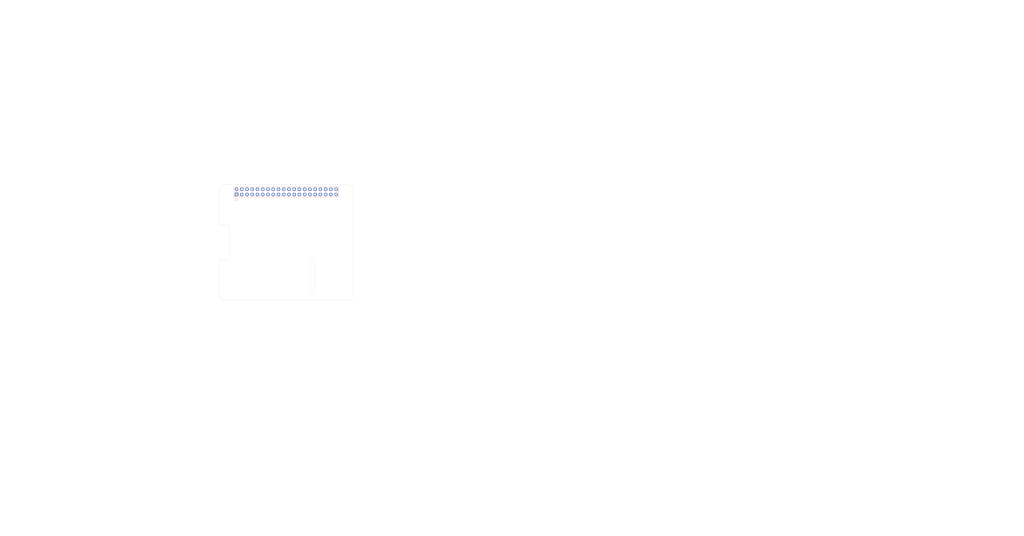
<source format=kicad_pcb>
(kicad_pcb (version 20221018) (generator pcbnew)
  (title_block (date "15 nov 2012"))
  (layers (0 "F.Cu" signal) (31 "B.Cu" signal) (34 "B.Paste" user) (35 "F.Paste" user) (36 "B.SilkS" user "B.Silkscreen") (37 "F.SilkS" user "F.Silkscreen") (38 "B.Mask" user) (39 "F.Mask" user) (44 "Edge.Cuts" user))
  (net 0 "")
  (net 1 "GND")
  (net 2 "/GPIO2{slash}SDA1")
  (net 3 "/GPIO3{slash}SCL1")
  (net 4 "/GPIO4{slash}GPCLK0")
  (net 5 "/GPIO14{slash}TXD0")
  (net 6 "/GPIO15{slash}RXD0")
  (net 7 "/GPIO17")
  (net 8 "/GPIO18{slash}PCM.CLK")
  (net 9 "/GPIO27")
  (net 10 "/GPIO22")
  (net 11 "/GPIO23")
  (net 12 "/GPIO24")
  (net 13 "/GPIO10{slash}SPI0.MOSI")
  (net 14 "/GPIO9{slash}SPI0.MISO")
  (net 15 "/GPIO25")
  (net 16 "/GPIO11{slash}SPI0.SCLK")
  (net 17 "/GPIO8{slash}SPI0.CE0")
  (net 18 "/GPIO7{slash}SPI0.CE1")
  (net 19 "/ID_SDA")
  (net 20 "/ID_SCL")
  (net 21 "/GPIO5")
  (net 22 "/GPIO6")
  (net 23 "/GPIO12{slash}PWM0")
  (net 24 "/GPIO13{slash}PWM1")
  (net 25 "/GPIO19{slash}PCM.FS")
  (net 26 "/GPIO16")
  (net 27 "/GPIO26")
  (net 28 "/GPIO20{slash}PCM.DIN")
  (net 29 "/GPIO21{slash}PCM.DOUT")
  (net 30 "+5V")
  (net 31 "+3V3")
  (footprint "MountingHole:MountingHole_2.7mm_M2.5" (layer "F.Cu") (at 222 119.08)
    (fp_text reference "MH2" hide)
    (fp_text value "MountingHole_2.7mm_M2.5" hide)
    (pad "" np_thru_hole circle locked (at 0 0) (size 2.7 2.7) (drill 2.7) (layers "*.Cu" "*.Mask"))
  )
  (footprint "MountingHole:MountingHole_2.7mm_M2.5" (layer "F.Cu") (at 164 168.08)
    (fp_text reference "MH3" hide)
    (fp_text value "MountingHole_2.7mm_M2.5" hide)
    (pad "" np_thru_hole circle locked (at 0 0) (size 2.7 2.7) (drill 2.7) (layers "*.Cu" "*.Mask"))
  )
  (footprint "MountingHole:MountingHole_2.7mm_M2.5" (layer "F.Cu") (at 164 119.08)
    (fp_text reference "MH1" hide)
    (fp_text value "MountingHole_2.7mm_M2.5" hide)
    (pad "" np_thru_hole circle locked (at 0 0) (size 2.7 2.7) (drill 2.7) (layers "*.Cu" "*.Mask"))
  )
  (footprint "MountingHole:MountingHole_2.7mm_M2.5" (layer "F.Cu") (at 222 168.08)
    (fp_text reference "MH4" hide)
    (fp_text value "MountingHole_2.7mm_M2.5" hide)
    (pad "" np_thru_hole circle locked (at 0 0) (size 2.7 2.7) (drill 2.7) (layers "*.Cu" "*.Mask"))
  )
  (footprint "Connector_PinSocket_2.54mm:PinSocket_2x20_P2.54mm_Vertical" (layer "B.Cu") (at 168.87 120.35 -90)
    (fp_text reference "J1" (at 2.5 0) (layer "B.SilkS") (effects (justify mirror)))
    (fp_text value "GPIO")
    (fp_line (start -3.87 -49.59) (end 1.33 -49.59) (stroke (width 0.12)) (layer "B.SilkS"))
    (fp_line (start -3.87 1.33) (end -3.87 -49.59) (stroke (width 0.12)) (layer "B.SilkS"))
    (fp_line (start -3.87 1.33) (end -1.27 1.33) (stroke (width 0.12)) (layer "B.SilkS"))
    (fp_line (start -1.27 -1.27) (end 1.33 -1.27) (stroke (width 0.12)) (layer "B.SilkS"))
    (fp_line (start -1.27 1.33) (end -1.27 -1.27) (stroke (width 0.12)) (layer "B.SilkS"))
    (fp_line (start 0 1.33) (end 1.33 1.33) (stroke (width 0.12)) (layer "B.SilkS"))
    (fp_line (start 1.33 -1.27) (end 1.33 -49.59) (stroke (width 0.12)) (layer "B.SilkS"))
    (fp_line (start 1.33 1.33) (end 1.33 0) (stroke (width 0.12)) (layer "B.SilkS"))
    (pad "1" thru_hole rect (at 0 0 270) (size 1.7 1.7) (drill 1) (layers "*.Cu" "*.Mask") (net 31 "+3V3"))
    (pad "2" thru_hole oval (at -2.54 0 270) (size 1.7 1.7) (drill 1) (layers "*.Cu" "*.Mask") (net 30 "+5V"))
    (pad "3" thru_hole oval (at 0 -2.54 270) (size 1.7 1.7) (drill 1) (layers "*.Cu" "*.Mask") (net 2 "/GPIO2{slash}SDA1"))
    (pad "4" thru_hole oval (at -2.54 -2.54 270) (size 1.7 1.7) (drill 1) (layers "*.Cu" "*.Mask") (net 30 "+5V"))
    (pad "5" thru_hole oval (at 0 -5.08 270) (size 1.7 1.7) (drill 1) (layers "*.Cu" "*.Mask") (net 3 "/GPIO3{slash}SCL1"))
    (pad "6" thru_hole oval (at -2.54 -5.08 270) (size 1.7 1.7) (drill 1) (layers "*.Cu" "*.Mask") (net 1 "GND"))
    (pad "7" thru_hole oval (at 0 -7.62 270) (size 1.7 1.7) (drill 1) (layers "*.Cu" "*.Mask") (net 4 "/GPIO4{slash}GPCLK0"))
    (pad "8" thru_hole oval (at -2.54 -7.62 270) (size 1.7 1.7) (drill 1) (layers "*.Cu" "*.Mask") (net 5 "/GPIO14{slash}TXD0"))
    (pad "9" thru_hole oval (at 0 -10.16 270) (size 1.7 1.7) (drill 1) (layers "*.Cu" "*.Mask") (net 1 "GND"))
    (pad "10" thru_hole oval (at -2.54 -10.16 270) (size 1.7 1.7) (drill 1) (layers "*.Cu" "*.Mask") (net 6 "/GPIO15{slash}RXD0"))
    (pad "11" thru_hole oval (at 0 -12.7 270) (size 1.7 1.7) (drill 1) (layers "*.Cu" "*.Mask") (net 7 "/GPIO17"))
    (pad "12" thru_hole oval (at -2.54 -12.7 270) (size 1.7 1.7) (drill 1) (layers "*.Cu" "*.Mask") (net 8 "/GPIO18{slash}PCM.CLK"))
    (pad "13" thru_hole oval (at 0 -15.24 270) (size 1.7 1.7) (drill 1) (layers "*.Cu" "*.Mask") (net 9 "/GPIO27"))
    (pad "14" thru_hole oval (at -2.54 -15.24 270) (size 1.7 1.7) (drill 1) (layers "*.Cu" "*.Mask") (net 1 "GND"))
    (pad "15" thru_hole oval (at 0 -17.78 270) (size 1.7 1.7) (drill 1) (layers "*.Cu" "*.Mask") (net 10 "/GPIO22"))
    (pad "16" thru_hole oval (at -2.54 -17.78 270) (size 1.7 1.7) (drill 1) (layers "*.Cu" "*.Mask") (net 11 "/GPIO23"))
    (pad "17" thru_hole oval (at 0 -20.32 270) (size 1.7 1.7) (drill 1) (layers "*.Cu" "*.Mask") (net 31 "+3V3"))
    (pad "18" thru_hole oval (at -2.54 -20.32 270) (size 1.7 1.7) (drill 1) (layers "*.Cu" "*.Mask") (net 12 "/GPIO24"))
    (pad "19" thru_hole oval (at 0 -22.86 270) (size 1.7 1.7) (drill 1) (layers "*.Cu" "*.Mask") (net 13 "/GPIO10{slash}SPI0.MOSI"))
    (pad "20" thru_hole oval (at -2.54 -22.86 270) (size 1.7 1.7) (drill 1) (layers "*.Cu" "*.Mask") (net 1 "GND"))
    (pad "21" thru_hole oval (at 0 -25.4 270) (size 1.7 1.7) (drill 1) (layers "*.Cu" "*.Mask") (net 14 "/GPIO9{slash}SPI0.MISO"))
    (pad "22" thru_hole oval (at -2.54 -25.4 270) (size 1.7 1.7) (drill 1) (layers "*.Cu" "*.Mask") (net 15 "/GPIO25"))
    (pad "23" thru_hole oval (at 0 -27.94 270) (size 1.7 1.7) (drill 1) (layers "*.Cu" "*.Mask") (net 16 "/GPIO11{slash}SPI0.SCLK"))
    (pad "24" thru_hole oval (at -2.54 -27.94 270) (size 1.7 1.7) (drill 1) (layers "*.Cu" "*.Mask") (net 17 "/GPIO8{slash}SPI0.CE0"))
    (pad "25" thru_hole oval (at 0 -30.48 270) (size 1.7 1.7) (drill 1) (layers "*.Cu" "*.Mask") (net 1 "GND"))
    (pad "26" thru_hole oval (at -2.54 -30.48 270) (size 1.7 1.7) (drill 1) (layers "*.Cu" "*.Mask") (net 18 "/GPIO7{slash}SPI0.CE1"))
    (pad "27" thru_hole oval (at 0 -33.02 270) (size 1.7 1.7) (drill 1) (layers "*.Cu" "*.Mask") (net 19 "/ID_SDA"))
    (pad "28" thru_hole oval (at -2.54 -33.02 270) (size 1.7 1.7) (drill 1) (layers "*.Cu" "*.Mask") (net 20 "/ID_SCL"))
    (pad "29" thru_hole oval (at 0 -35.56 270) (size 1.7 1.7) (drill 1) (layers "*.Cu" "*.Mask") (net 21 "/GPIO5"))
    (pad "30" thru_hole oval (at -2.54 -35.56 270) (size 1.7 1.7) (drill 1) (layers "*.Cu" "*.Mask") (net 1 "GND"))
    (pad "31" thru_hole oval (at 0 -38.1 270) (size 1.7 1.7) (drill 1) (layers "*.Cu" "*.Mask") (net 22 "/GPIO6"))
    (pad "32" thru_hole oval (at -2.54 -38.1 270) (size 1.7 1.7) (drill 1) (layers "*.Cu" "*.Mask") (net 23 "/GPIO12{slash}PWM0"))
    (pad "33" thru_hole oval (at 0 -40.64 270) (size 1.7 1.7) (drill 1) (layers "*.Cu" "*.Mask") (net 24 "/GPIO13{slash}PWM1"))
    (pad "34" thru_hole oval (at -2.54 -40.64 270) (size 1.7 1.7) (drill 1) (layers "*.Cu" "*.Mask") (net 1 "GND"))
    (pad "35" thru_hole oval (at 0 -43.18 270) (size 1.7 1.7) (drill 1) (layers "*.Cu" "*.Mask") (net 25 "/GPIO19{slash}PCM.FS"))
    (pad "36" thru_hole oval (at -2.54 -43.18 270) (size 1.7 1.7) (drill 1) (layers "*.Cu" "*.Mask") (net 26 "/GPIO16"))
    (pad "37" thru_hole oval (at 0 -45.72 270) (size 1.7 1.7) (drill 1) (layers "*.Cu" "*.Mask") (net 27 "/GPIO26"))
    (pad "38" thru_hole oval (at -2.54 -45.72 270) (size 1.7 1.7) (drill 1) (layers "*.Cu" "*.Mask") (net 28 "/GPIO20{slash}PCM.DIN"))
    (pad "39" thru_hole oval (at 0 -48.26 270) (size 1.7 1.7) (drill 1) (layers "*.Cu" "*.Mask") (net 1 "GND"))
    (pad "40" thru_hole oval (at -2.54 -48.26 270) (size 1.7 1.7) (drill 1) (layers "*.Cu" "*.Mask") (net 29 "/GPIO21{slash}PCM.DOUT"))
  )
  (gr_arc (start 161 135.08) (mid 160.646447 134.933553) (end 160.5 134.58) (stroke (width 0.1)) (layer "Edge.Cuts"))
  (gr_arc (start 222.5 115.58) (mid 224.62132 116.45868) (end 225.5 118.58) (stroke (width 0.1)) (layer "Edge.Cuts"))
  (gr_line (start 225.5 168.58) (end 225.5 118.58) (stroke (width 0.1)) (layer "Edge.Cuts"))
  (gr_line (start 160.5 118.58) (end 160.5 134.58) (stroke (width 0.1)) (layer "Edge.Cuts"))
  (gr_line (start 206.5 152.58) (end 206.5 167.58) (stroke (width 0.1)) (layer "Edge.Cuts"))
  (gr_line (start 204.5 167.58) (end 204.5 152.58) (stroke (width 0.1)) (layer "Edge.Cuts"))
  (gr_arc (start 163.5 171.58) (mid 161.37868 170.70132) (end 160.5 168.58) (stroke (width 0.1)) (layer "Edge.Cuts"))
  (gr_line (start 163.5 171.58) (end 222.5 171.58) (stroke (width 0.1)) (layer "Edge.Cuts"))
  (gr_line (start 165 152.08) (end 161 152.08) (stroke (width 0.1)) (layer "Edge.Cuts"))
  (gr_arc (start 204.5 152.58) (mid 205.5 151.58) (end 206.5 152.58) (stroke (width 0.1)) (layer "Edge.Cuts"))
  (gr_arc (start 160.5 152.58) (mid 160.646138 152.226755) (end 160.999127 152.080001) (stroke (width 0.1)) (layer "Edge.Cuts"))
  (gr_arc (start 225.5 168.58) (mid 224.62132 170.70132) (end 222.5 171.58) (stroke (width 0.1)) (layer "Edge.Cuts"))
  (gr_line (start 165.5 135.58) (end 165.5 151.58) (stroke (width 0.1)) (layer "Edge.Cuts"))
  (gr_arc (start 160.5 118.58) (mid 161.37868 116.45868) (end 163.5 115.58) (stroke (width 0.1)) (layer "Edge.Cuts"))
  (gr_arc (start 206.5 167.58) (mid 205.5 168.58) (end 204.5 167.58) (stroke (width 0.1)) (layer "Edge.Cuts"))
  (gr_line (start 160.5 152.58) (end 160.5 168.58) (stroke (width 0.1)) (layer "Edge.Cuts"))
  (gr_line (start 161 135.08) (end 165 135.08) (stroke (width 0.1)) (layer "Edge.Cuts"))
  (gr_arc (start 165.5 151.58) (mid 165.353553 151.933553) (end 165 152.08) (stroke (width 0.1)) (layer "Edge.Cuts"))
  (gr_arc (start 165 135.08) (mid 165.353553 135.226447) (end 165.5 135.58) (stroke (width 0.1)) (layer "Edge.Cuts"))
  (gr_line (start 222.5 115.58) (end 163.5 115.58) (stroke (width 0.1)) (layer "Edge.Cuts"))
)
</source>
